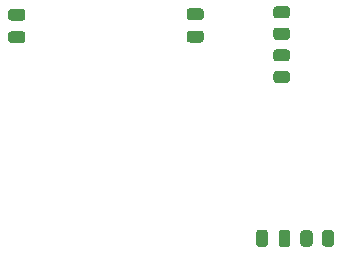
<source format=gbr>
%TF.GenerationSoftware,KiCad,Pcbnew,5.1.9+dfsg1-1*%
%TF.CreationDate,2021-05-21T09:37:11+02:00*%
%TF.ProjectId,vscp-din-m1-wireless-p1,76736370-2d64-4696-9e2d-6d312d776972,rev?*%
%TF.SameCoordinates,Original*%
%TF.FileFunction,Paste,Bot*%
%TF.FilePolarity,Positive*%
%FSLAX46Y46*%
G04 Gerber Fmt 4.6, Leading zero omitted, Abs format (unit mm)*
G04 Created by KiCad (PCBNEW 5.1.9+dfsg1-1) date 2021-05-21 09:37:11*
%MOMM*%
%LPD*%
G01*
G04 APERTURE LIST*
G04 APERTURE END LIST*
%TO.C,R8*%
G36*
G01*
X115284200Y-91102601D02*
X115284200Y-90202599D01*
G75*
G02*
X115534199Y-89952600I249999J0D01*
G01*
X116059201Y-89952600D01*
G75*
G02*
X116309200Y-90202599I0J-249999D01*
G01*
X116309200Y-91102601D01*
G75*
G02*
X116059201Y-91352600I-249999J0D01*
G01*
X115534199Y-91352600D01*
G75*
G02*
X115284200Y-91102601I0J249999D01*
G01*
G37*
G36*
G01*
X113459200Y-91102601D02*
X113459200Y-90202599D01*
G75*
G02*
X113709199Y-89952600I249999J0D01*
G01*
X114234201Y-89952600D01*
G75*
G02*
X114484200Y-90202599I0J-249999D01*
G01*
X114484200Y-91102601D01*
G75*
G02*
X114234201Y-91352600I-249999J0D01*
G01*
X113709199Y-91352600D01*
G75*
G02*
X113459200Y-91102601I0J249999D01*
G01*
G37*
%TD*%
%TO.C,R4*%
G36*
G01*
X110700400Y-90177600D02*
X110700400Y-91127600D01*
G75*
G02*
X110450400Y-91377600I-250000J0D01*
G01*
X109950400Y-91377600D01*
G75*
G02*
X109700400Y-91127600I0J250000D01*
G01*
X109700400Y-90177600D01*
G75*
G02*
X109950400Y-89927600I250000J0D01*
G01*
X110450400Y-89927600D01*
G75*
G02*
X110700400Y-90177600I0J-250000D01*
G01*
G37*
G36*
G01*
X112600400Y-90177600D02*
X112600400Y-91127600D01*
G75*
G02*
X112350400Y-91377600I-250000J0D01*
G01*
X111850400Y-91377600D01*
G75*
G02*
X111600400Y-91127600I0J250000D01*
G01*
X111600400Y-90177600D01*
G75*
G02*
X111850400Y-89927600I250000J0D01*
G01*
X112350400Y-89927600D01*
G75*
G02*
X112600400Y-90177600I0J-250000D01*
G01*
G37*
%TD*%
%TO.C,R3*%
G36*
G01*
X111411599Y-72815400D02*
X112311601Y-72815400D01*
G75*
G02*
X112561600Y-73065399I0J-249999D01*
G01*
X112561600Y-73590401D01*
G75*
G02*
X112311601Y-73840400I-249999J0D01*
G01*
X111411599Y-73840400D01*
G75*
G02*
X111161600Y-73590401I0J249999D01*
G01*
X111161600Y-73065399D01*
G75*
G02*
X111411599Y-72815400I249999J0D01*
G01*
G37*
G36*
G01*
X111411599Y-70990400D02*
X112311601Y-70990400D01*
G75*
G02*
X112561600Y-71240399I0J-249999D01*
G01*
X112561600Y-71765401D01*
G75*
G02*
X112311601Y-72015400I-249999J0D01*
G01*
X111411599Y-72015400D01*
G75*
G02*
X111161600Y-71765401I0J249999D01*
G01*
X111161600Y-71240399D01*
G75*
G02*
X111411599Y-70990400I249999J0D01*
G01*
G37*
%TD*%
%TO.C,R2*%
G36*
G01*
X112311601Y-75673000D02*
X111411599Y-75673000D01*
G75*
G02*
X111161600Y-75423001I0J249999D01*
G01*
X111161600Y-74897999D01*
G75*
G02*
X111411599Y-74648000I249999J0D01*
G01*
X112311601Y-74648000D01*
G75*
G02*
X112561600Y-74897999I0J-249999D01*
G01*
X112561600Y-75423001D01*
G75*
G02*
X112311601Y-75673000I-249999J0D01*
G01*
G37*
G36*
G01*
X112311601Y-77498000D02*
X111411599Y-77498000D01*
G75*
G02*
X111161600Y-77248001I0J249999D01*
G01*
X111161600Y-76722999D01*
G75*
G02*
X111411599Y-76473000I249999J0D01*
G01*
X112311601Y-76473000D01*
G75*
G02*
X112561600Y-76722999I0J-249999D01*
G01*
X112561600Y-77248001D01*
G75*
G02*
X112311601Y-77498000I-249999J0D01*
G01*
G37*
%TD*%
%TO.C,C4*%
G36*
G01*
X89908400Y-72219400D02*
X88958400Y-72219400D01*
G75*
G02*
X88708400Y-71969400I0J250000D01*
G01*
X88708400Y-71469400D01*
G75*
G02*
X88958400Y-71219400I250000J0D01*
G01*
X89908400Y-71219400D01*
G75*
G02*
X90158400Y-71469400I0J-250000D01*
G01*
X90158400Y-71969400D01*
G75*
G02*
X89908400Y-72219400I-250000J0D01*
G01*
G37*
G36*
G01*
X89908400Y-74119400D02*
X88958400Y-74119400D01*
G75*
G02*
X88708400Y-73869400I0J250000D01*
G01*
X88708400Y-73369400D01*
G75*
G02*
X88958400Y-73119400I250000J0D01*
G01*
X89908400Y-73119400D01*
G75*
G02*
X90158400Y-73369400I0J-250000D01*
G01*
X90158400Y-73869400D01*
G75*
G02*
X89908400Y-74119400I-250000J0D01*
G01*
G37*
%TD*%
%TO.C,C3*%
G36*
G01*
X105021400Y-72168600D02*
X104071400Y-72168600D01*
G75*
G02*
X103821400Y-71918600I0J250000D01*
G01*
X103821400Y-71418600D01*
G75*
G02*
X104071400Y-71168600I250000J0D01*
G01*
X105021400Y-71168600D01*
G75*
G02*
X105271400Y-71418600I0J-250000D01*
G01*
X105271400Y-71918600D01*
G75*
G02*
X105021400Y-72168600I-250000J0D01*
G01*
G37*
G36*
G01*
X105021400Y-74068600D02*
X104071400Y-74068600D01*
G75*
G02*
X103821400Y-73818600I0J250000D01*
G01*
X103821400Y-73318600D01*
G75*
G02*
X104071400Y-73068600I250000J0D01*
G01*
X105021400Y-73068600D01*
G75*
G02*
X105271400Y-73318600I0J-250000D01*
G01*
X105271400Y-73818600D01*
G75*
G02*
X105021400Y-74068600I-250000J0D01*
G01*
G37*
%TD*%
M02*

</source>
